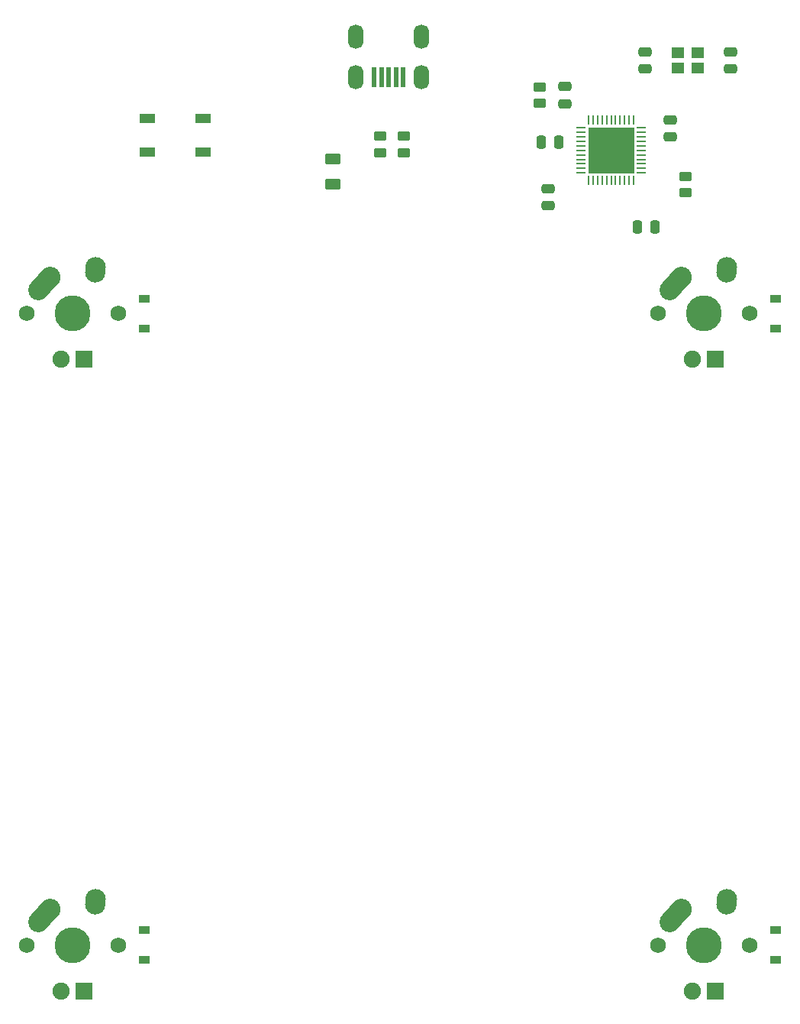
<source format=gbr>
%TF.GenerationSoftware,KiCad,Pcbnew,(6.0.7)*%
%TF.CreationDate,2022-11-22T16:32:00-03:00*%
%TF.ProjectId,BigKeysPCB,4269674b-6579-4735-9043-422e6b696361,rev?*%
%TF.SameCoordinates,Original*%
%TF.FileFunction,Soldermask,Bot*%
%TF.FilePolarity,Negative*%
%FSLAX46Y46*%
G04 Gerber Fmt 4.6, Leading zero omitted, Abs format (unit mm)*
G04 Created by KiCad (PCBNEW (6.0.7)) date 2022-11-22 16:32:00*
%MOMM*%
%LPD*%
G01*
G04 APERTURE LIST*
G04 Aperture macros list*
%AMRoundRect*
0 Rectangle with rounded corners*
0 $1 Rounding radius*
0 $2 $3 $4 $5 $6 $7 $8 $9 X,Y pos of 4 corners*
0 Add a 4 corners polygon primitive as box body*
4,1,4,$2,$3,$4,$5,$6,$7,$8,$9,$2,$3,0*
0 Add four circle primitives for the rounded corners*
1,1,$1+$1,$2,$3*
1,1,$1+$1,$4,$5*
1,1,$1+$1,$6,$7*
1,1,$1+$1,$8,$9*
0 Add four rect primitives between the rounded corners*
20,1,$1+$1,$2,$3,$4,$5,0*
20,1,$1+$1,$4,$5,$6,$7,0*
20,1,$1+$1,$6,$7,$8,$9,0*
20,1,$1+$1,$8,$9,$2,$3,0*%
%AMHorizOval*
0 Thick line with rounded ends*
0 $1 width*
0 $2 $3 position (X,Y) of the first rounded end (center of the circle)*
0 $4 $5 position (X,Y) of the second rounded end (center of the circle)*
0 Add line between two ends*
20,1,$1,$2,$3,$4,$5,0*
0 Add two circle primitives to create the rounded ends*
1,1,$1,$2,$3*
1,1,$1,$4,$5*%
G04 Aperture macros list end*
%ADD10C,1.750000*%
%ADD11C,3.987800*%
%ADD12HorizOval,2.250000X0.655001X0.730000X-0.655001X-0.730000X0*%
%ADD13C,2.250000*%
%ADD14HorizOval,2.250000X0.020000X0.290000X-0.020000X-0.290000X0*%
%ADD15C,1.905000*%
%ADD16R,1.905000X1.905000*%
%ADD17RoundRect,0.250000X-0.475000X0.250000X-0.475000X-0.250000X0.475000X-0.250000X0.475000X0.250000X0*%
%ADD18RoundRect,0.250000X0.475000X-0.250000X0.475000X0.250000X-0.475000X0.250000X-0.475000X-0.250000X0*%
%ADD19RoundRect,0.250000X-0.450000X0.262500X-0.450000X-0.262500X0.450000X-0.262500X0.450000X0.262500X0*%
%ADD20R,1.400000X1.200000*%
%ADD21RoundRect,0.250000X0.250000X0.475000X-0.250000X0.475000X-0.250000X-0.475000X0.250000X-0.475000X0*%
%ADD22R,0.500000X2.250000*%
%ADD23O,1.700000X2.700000*%
%ADD24R,1.200000X0.900000*%
%ADD25RoundRect,0.062500X-0.475000X-0.062500X0.475000X-0.062500X0.475000X0.062500X-0.475000X0.062500X0*%
%ADD26RoundRect,0.062500X-0.062500X-0.475000X0.062500X-0.475000X0.062500X0.475000X-0.062500X0.475000X0*%
%ADD27R,5.200000X5.200000*%
%ADD28R,1.800000X1.100000*%
%ADD29RoundRect,0.250000X-0.625000X0.375000X-0.625000X-0.375000X0.625000X-0.375000X0.625000X0.375000X0*%
G04 APERTURE END LIST*
D10*
%TO.C,MX4*%
X180620000Y-142660000D03*
D11*
X175540000Y-142660000D03*
D10*
X170460000Y-142660000D03*
D12*
X172385001Y-139390000D03*
D13*
X173040000Y-138660000D03*
D14*
X178060000Y-137870000D03*
D13*
X178080000Y-137580000D03*
D15*
X174270000Y-147740000D03*
D16*
X176810000Y-147740000D03*
%TD*%
D10*
%TO.C,MX2*%
X100460000Y-142660000D03*
D11*
X105540000Y-142660000D03*
D10*
X110620000Y-142660000D03*
D13*
X103040000Y-138660000D03*
D12*
X102385001Y-139390000D03*
D14*
X108060000Y-137870000D03*
D13*
X108080000Y-137580000D03*
D15*
X104270000Y-147740000D03*
D16*
X106810000Y-147740000D03*
%TD*%
D11*
%TO.C,MX3*%
X175540000Y-72660000D03*
D10*
X170460000Y-72660000D03*
X180620000Y-72660000D03*
D12*
X172385001Y-69390000D03*
D13*
X173040000Y-68660000D03*
D14*
X178060000Y-67870000D03*
D13*
X178080000Y-67580000D03*
D15*
X174270000Y-77740000D03*
D16*
X176810000Y-77740000D03*
%TD*%
D11*
%TO.C,MX1*%
X105540000Y-72660000D03*
D10*
X100460000Y-72660000D03*
X110620000Y-72660000D03*
D12*
X102385001Y-69390000D03*
D13*
X103040000Y-68660000D03*
X108080000Y-67580000D03*
D14*
X108060000Y-67870000D03*
D15*
X104270000Y-77740000D03*
D16*
X106810000Y-77740000D03*
%TD*%
D17*
%TO.C,C7*%
X158239000Y-58840481D03*
X158239000Y-60740481D03*
%TD*%
D18*
%TO.C,C5*%
X171781000Y-53120481D03*
X171781000Y-51220481D03*
%TD*%
D19*
%TO.C,R2*%
X142296500Y-53026981D03*
X142296500Y-54851981D03*
%TD*%
D20*
%TO.C,Y1*%
X174855500Y-45468481D03*
X172655500Y-45468481D03*
X172655500Y-43768481D03*
X174855500Y-43768481D03*
%TD*%
D21*
%TO.C,C6*%
X170111000Y-63060481D03*
X168211000Y-63060481D03*
%TD*%
D22*
%TO.C,USB1*%
X142180500Y-46500000D03*
X141380500Y-46500000D03*
X140580500Y-46500000D03*
X139780500Y-46500000D03*
X138980500Y-46500000D03*
D23*
X136930500Y-42000000D03*
X144230500Y-42000000D03*
X136930500Y-46500000D03*
X144230500Y-46500000D03*
%TD*%
D24*
%TO.C,D4*%
X183477500Y-144310000D03*
X183477500Y-141010000D03*
%TD*%
D25*
%TO.C,U1*%
X161918000Y-57098481D03*
X161918000Y-56598481D03*
X161918000Y-56098481D03*
X161918000Y-55598481D03*
X161918000Y-55098481D03*
X161918000Y-54598481D03*
X161918000Y-54098481D03*
X161918000Y-53598481D03*
X161918000Y-53098481D03*
X161918000Y-52598481D03*
X161918000Y-52098481D03*
D26*
X162755500Y-51260981D03*
X163255500Y-51260981D03*
X163755500Y-51260981D03*
X164255500Y-51260981D03*
X164755500Y-51260981D03*
X165255500Y-51260981D03*
X165755500Y-51260981D03*
X166255500Y-51260981D03*
X166755500Y-51260981D03*
X167255500Y-51260981D03*
X167755500Y-51260981D03*
D25*
X168593000Y-52098481D03*
X168593000Y-52598481D03*
X168593000Y-53098481D03*
X168593000Y-53598481D03*
X168593000Y-54098481D03*
X168593000Y-54598481D03*
X168593000Y-55098481D03*
X168593000Y-55598481D03*
X168593000Y-56098481D03*
X168593000Y-56598481D03*
X168593000Y-57098481D03*
D26*
X167755500Y-57935981D03*
X167255500Y-57935981D03*
X166755500Y-57935981D03*
X166255500Y-57935981D03*
X165755500Y-57935981D03*
X165255500Y-57935981D03*
X164755500Y-57935981D03*
X164255500Y-57935981D03*
X163755500Y-57935981D03*
X163255500Y-57935981D03*
X162755500Y-57935981D03*
D27*
X165255500Y-54598481D03*
%TD*%
D19*
%TO.C,R4*%
X173479000Y-57480981D03*
X173479000Y-59305981D03*
%TD*%
%TO.C,R3*%
X139629500Y-53026981D03*
X139629500Y-54851981D03*
%TD*%
%TO.C,R1*%
X157303000Y-47574981D03*
X157303000Y-49399981D03*
%TD*%
D21*
%TO.C,C3*%
X159443000Y-53694481D03*
X157543000Y-53694481D03*
%TD*%
D18*
%TO.C,C2*%
X168993000Y-45568481D03*
X168993000Y-43668481D03*
%TD*%
D28*
%TO.C,SW1*%
X113805500Y-54798481D03*
X120005500Y-51098481D03*
X113805500Y-51098481D03*
X120005500Y-54798481D03*
%TD*%
D24*
%TO.C,D2*%
X113477500Y-144310000D03*
X113477500Y-141010000D03*
%TD*%
D18*
%TO.C,C4*%
X160097000Y-49437481D03*
X160097000Y-47537481D03*
%TD*%
D24*
%TO.C,D1*%
X113477500Y-74310000D03*
X113477500Y-71010000D03*
%TD*%
D29*
%TO.C,F1*%
X134405500Y-55548481D03*
X134405500Y-58348481D03*
%TD*%
D17*
%TO.C,C1*%
X178518000Y-43668481D03*
X178518000Y-45568481D03*
%TD*%
D24*
%TO.C,D3*%
X183477500Y-74310000D03*
X183477500Y-71010000D03*
%TD*%
M02*

</source>
